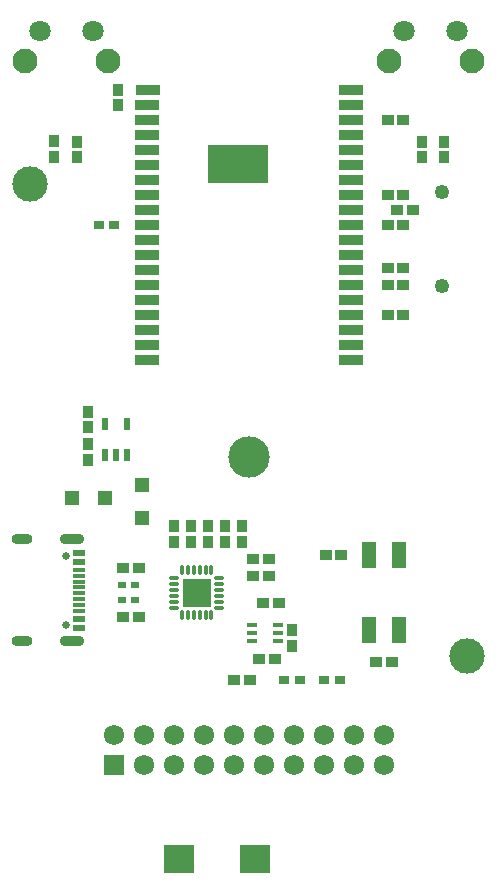
<source format=gbr>
G04 DipTrace 3.3.1.3*
G04 TopMask.gbr*
%MOIN*%
G04 #@! TF.FileFunction,Soldermask,Top*
G04 #@! TF.Part,Single*
%AMOUTLINE0*
4,1,4,
-0.017717,-0.01378,
-0.017717,0.01378,
0.017717,0.01378,
0.017717,-0.01378,
-0.017717,-0.01378,
0*%
%ADD21R,0.035433X0.027559*%
%ADD22R,0.102362X0.094488*%
%ADD24R,0.031496X0.023622*%
%ADD26R,0.047244X0.047244*%
%ADD30R,0.044882X0.011811*%
%ADD31R,0.044882X0.023622*%
%ADD32O,0.070866X0.035433*%
%ADD33O,0.082677X0.035433*%
%ADD35R,0.035433X0.015748*%
%ADD42R,0.07874X0.035433*%
%ADD45O,0.033465X0.011811*%
%ADD46O,0.011811X0.033465*%
%ADD47R,0.096457X0.096457*%
%ADD55R,0.023622X0.043307*%
%ADD56R,0.047244X0.086614*%
%ADD63C,0.11811*%
%ADD64C,0.137795*%
%ADD65C,0.025591*%
%ADD66C,0.049213*%
%ADD87R,0.204724X0.125984*%
%ADD97C,0.082677*%
%ADD99C,0.070866*%
%ADD111C,0.067874*%
%ADD113R,0.067874X0.067874*%
%ADD121R,0.043307X0.035433*%
%ADD123R,0.035433X0.043307*%
%ADD129OUTLINE0*%
%FSLAX26Y26*%
G04*
G70*
G90*
G75*
G01*
G04 TopMask*
%LPD*%
D123*
X761222Y3205014D3*
Y3256196D3*
X1343508Y1403730D3*
Y1454911D3*
D121*
X1214098Y1693701D3*
X1265280D3*
X1214101Y1637039D3*
X1265282D3*
D123*
X1119780Y1749950D3*
Y1801131D3*
X1177108Y1749951D3*
Y1801133D3*
X662451Y2023769D3*
Y2074950D3*
Y2182383D3*
Y2131202D3*
D22*
X1218702Y693701D3*
X966720D3*
D123*
X549971Y3084724D3*
Y3033543D3*
X1849951Y3031201D3*
Y3082382D3*
D24*
X774951Y1556201D3*
X818259D3*
X774953Y1606201D3*
X818260D3*
D26*
X843860Y1937451D3*
Y1827215D3*
X718676Y1896217D3*
X608440D3*
D63*
X1924932Y1368701D3*
D64*
X1199951Y2031201D3*
D63*
X468702Y2943701D3*
D113*
X749951Y1006201D3*
D111*
X849951D3*
X949951D3*
X1049951D3*
X1149951D3*
X1249951D3*
X1349951D3*
X1449951D3*
X1549951D3*
X1649951D3*
Y1106201D3*
X1549951D3*
X1449951D3*
X1349951D3*
X1249951D3*
X1149951D3*
X1049951D3*
X949951D3*
X849951D3*
X749951D3*
D30*
X631202Y1656200D3*
Y1636515D3*
Y1616830D3*
Y1597145D3*
Y1577460D3*
Y1557775D3*
Y1538090D3*
Y1518405D3*
D31*
Y1492815D3*
Y1461319D3*
Y1713287D3*
Y1681791D3*
D32*
X444195Y1757382D3*
Y1417224D3*
D33*
X608761Y1757382D3*
Y1417224D3*
D65*
X589076Y1701082D3*
Y1473523D3*
D35*
X1294518Y1420264D3*
Y1445854D3*
Y1471445D3*
X1207904D3*
Y1445854D3*
Y1420264D3*
D121*
X1662451Y2662451D3*
X1713633D3*
X1284894Y1357420D3*
X1233713D3*
X1298573Y1544920D3*
X1247392D3*
D123*
X624951Y3082382D3*
Y3031201D3*
X1774932D3*
Y3082382D3*
X1005122Y1749951D3*
Y1801133D3*
X947797Y1749951D3*
Y1801133D3*
X1062453Y1749951D3*
Y1801133D3*
D121*
X1662451Y2906201D3*
X1713633D3*
X1662451Y2806201D3*
X1713633D3*
X1693702Y2856201D3*
X1744883D3*
X1662451Y3156201D3*
X1713633D3*
X1662451Y2506201D3*
X1713633D3*
X1662451Y2605614D3*
X1713633D3*
X831202Y1499950D3*
X780021D3*
X831202Y1662450D3*
X780021D3*
D129*
X1368701Y1287450D3*
X1317520D3*
X1449951D3*
X1501133D3*
D121*
X1456202Y1706201D3*
X1507383D3*
X1674951Y1349951D3*
X1623770D3*
X1149951Y1287450D3*
X1201133D3*
D21*
X749951Y2806201D3*
X698770D3*
D99*
X1893469Y3450646D3*
X1716303D3*
D97*
X1942681Y3352220D3*
X1667091D3*
D99*
X678633Y3450630D3*
X501467D3*
D97*
X727845Y3352205D3*
X452255D3*
D66*
X1843789Y2915965D3*
Y2601516D3*
D42*
X861328Y3256201D3*
X860934Y3206201D3*
Y3156201D3*
Y3106201D3*
Y3056201D3*
Y3006201D3*
Y2956201D3*
Y2906201D3*
Y2856201D3*
Y2806201D3*
Y2756201D3*
Y2706201D3*
Y2656201D3*
Y2606201D3*
X1538969Y2606581D3*
Y2656581D3*
Y2706581D3*
Y2756580D3*
Y2806581D3*
Y2356581D3*
Y2406581D3*
Y2456581D3*
Y2506581D3*
Y2556581D3*
X1538966Y2856240D3*
Y2906240D3*
Y2956240D3*
Y3006240D3*
Y3056240D3*
Y3106240D3*
Y3156240D3*
Y3206240D3*
Y3256240D3*
D87*
X1161328Y3008091D3*
D42*
X860938Y2556541D3*
Y2506541D3*
Y2456541D3*
Y2406541D3*
Y2356541D3*
D45*
X1099695Y1529937D3*
Y1549622D3*
Y1569307D3*
Y1588992D3*
Y1608677D3*
Y1628362D3*
D46*
X1074105Y1653953D3*
X1054420D3*
X1034735D3*
X1015050D3*
X995365D3*
X975679D3*
D45*
X950089Y1628362D3*
Y1608677D3*
Y1588992D3*
Y1569307D3*
Y1549622D3*
Y1529937D3*
D46*
X975679Y1504346D3*
X995365D3*
X1015050D3*
X1034735D3*
X1054420D3*
X1074105D3*
D47*
X1024892Y1579150D3*
D55*
X718701Y2037451D3*
X756102D3*
X793504D3*
Y2143751D3*
X718701D3*
D56*
X1599951Y1456201D3*
X1699951D3*
Y1704232D3*
X1599951D3*
M02*

</source>
